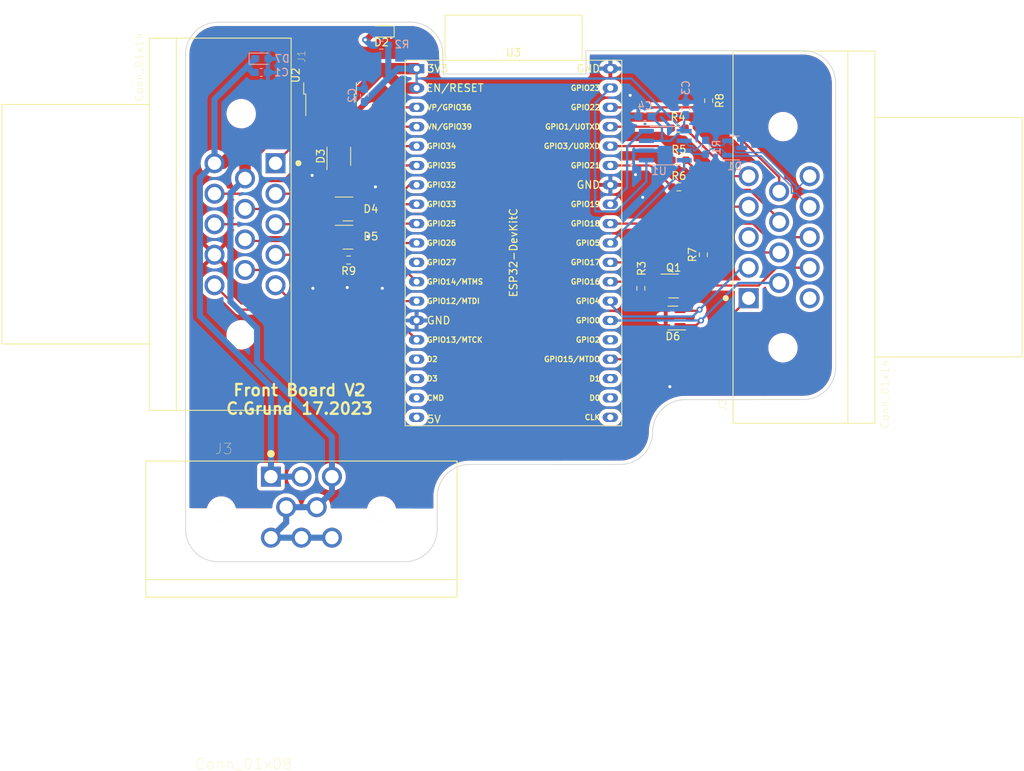
<source format=kicad_pcb>
(kicad_pcb (version 20211014) (generator pcbnew)
  (layers (0 "F.Cu" signal) (31 "B.Cu" signal) (34 "B.Paste" user) (35 "F.Paste" user) (36 "B.SilkS" user "B.Silkscreen") (37 "F.SilkS" user "F.Silkscreen") (38 "B.Mask" user) (39 "F.Mask" user) (44 "Edge.Cuts" user))
  (net 0 "")
  (net 1 "+12V")
  (net 2 "GND")
  (net 3 "VDD")
  (net 4 "/CAN_N")
  (net 5 "/CAN_P")
  (net 6 "Net-(D2-Pad2)")
  (net 7 "/Brake_0")
  (net 8 "/L_sus")
  (net 9 "/pedal_0")
  (net 10 "/R_wheel")
  (net 11 "/R_sus")
  (net 12 "/L_wheel")
  (net 13 "/Brake_1")
  (net 14 "/pedal_1")
  (net 15 "/stearing")
  (net 16 "/RTD_ind_out")
  (net 17 "/RTD_ind_sig")
  (net 18 "Net-(R4-Pad1)")
  (net 19 "/RTD_led")
  (net 20 "Net-(R5-Pad2)")
  (net 21 "/AMS_Led")
  (net 22 "/RTD_bttn")
  (net 23 "/IMD_led")
  (net 24 "Net-(R6-Pad1)")
  (net 25 "Net-(R9-Pad1)")
  (net 26 "/WCB_status")
  (net 27 "/CAN_MOSI")
  (net 28 "/CAN_MISO")
  (net 29 "/LORA Reset")
  (net 31 "/LORA_SCK")
  (net 32 "/LORA_MISO")
  (net 33 "/Laura_MOSI")
  (net 41 "/LoRa_CS")
  (net 43 "/CAN_CS")
  (net 44 "/CAN_SCK")
  (net 46 "unconnected-(J2-Pad12)")
  (net 47 "unconnected-(J2-Pad3)")
  (footprint "esp32:ESP32-DevKitC" (layer "F.Cu") (at 137.6 68.13)
    (fp_text reference "U3" (at 12.7 -2.1) (layer "F.SilkS"))
    (fp_text value "ESP32-DevKitC" (at 12.7 24.13 90) (layer "F.SilkS"))
    (fp_text user "VN/GPIO39" (at 1.27 7.62 unlocked) (layer "F.SilkS") (effects (font (size 0.7 0.7)) (justify left)))
    (fp_text user "CMD" (at 1.27 43.18 unlocked) (layer "F.SilkS") (effects (font (size 0.7 0.7)) (justify left)))
    (fp_text user "GPIO17" (at 24.13 25.4 unlocked) (layer "F.SilkS") (effects (font (size 0.7 0.7)) (justify right)))
    (fp_text user "GPIO34" (at 1.27 10.16 unlocked) (layer "F.SilkS") (effects (font (size 0.7 0.7)) (justify left)))
    (fp_text user "GPIO16" (at 24.13 27.94 unlocked) (layer "F.SilkS") (effects (font (size 0.7 0.7)) (justify right)))
    (fp_text user "EN/RESET" (at 8.88632 2.53728 unlocked) (layer "F.SilkS") (effects (justify right)))
    (fp_text user "GND" (at 24.13 15.24 unlocked) (layer "F.SilkS") (effects (justify right)))
    (fp_text user "GPIO32" (at 1.27 15.24 unlocked) (layer "F.SilkS") (effects (font (size 0.7 0.7)) (justify left)))
    (fp_text user "GPIO18" (at 24.13 20.32 unlocked) (layer "F.SilkS") (effects (font (size 0.7 0.7)) (justify right)))
    (fp_text user "GND" (at 24.13 0 unlocked) (layer "F.SilkS") (effects (justify right)))
    (fp_text user "GPIO33" (at 1.27 17.78 unlocked) (layer "F.SilkS") (effects (font (size 0.7 0.7)) (justify left)))
    (fp_text user "GPIO5" (at 24.13 22.86 unlocked) (layer "F.SilkS") (effects (font (size 0.7 0.7)) (justify right)))
    (fp_text user "GPIO13/MTCK" (at 1.27 35.56 unlocked) (layer "F.SilkS") (effects (font (size 0.7 0.7)) (justify left)))
    (fp_text user "D3" (at 1.27 40.64 unlocked) (layer "F.SilkS") (effects (font (size 0.7 0.7)) (justify left)))
    (fp_text user "GPIO19" (at 24.13 17.78 unlocked) (layer "F.SilkS") (effects (font (size 0.7 0.7)) (justify right)))
    (fp_text user "D0" (at 24.13 43.18 unlocked) (layer "F.SilkS") (effects (font (size 0.7 0.7)) (justify right)))
    (fp_text user "GPIO21" (at 24.13 12.7 unlocked) (layer "F.SilkS") (effects (font (size 0.7 0.7)) (justify right)))
    (fp_text user "GPIO26" (at 1.27 22.86 unlocked) (layer "F.SilkS") (effects (font (size 0.7 0.7)) (justify left)))
    (fp_text user "GPIO2" (at 24.13 35.56 unlocked) (layer "F.SilkS") (effects (font (size 0.7 0.7)) (justify right)))
    (fp_text user "D1" (at 24.13 40.64 unlocked) (layer "F.SilkS") (effects (font (size 0.7 0.7)) (justify right)))
    (fp_text user "GPIO35" (at 1.27 12.7 unlocked) (layer "F.SilkS") (effects (font (size 0.7 0.7)) (justify left)))
    (fp_text user "GPIO1/U0TXD" (at 24.13 7.62 unlocked) (layer "F.SilkS") (effects (font (size 0.7 0.7)) (justify right)))
    (fp_text user "5V" (at 1.26632 45.97128 unlocked) (layer "F.SilkS") (effects (justify left)))
    (fp_text user "GPIO27" (at 1.27 25.4 unlocked) (layer "F.SilkS") (effects (font (size 0.7 0.7)) (justify left)))
    (fp_text user "GPIO23" (at 24.13 2.54 unlocked) (layer "F.SilkS") (effects (font (size 0.7 0.7)) (justify right)))
    (fp_text user "GPIO4" (at 24.13 30.48 unlocked) (layer "F.SilkS") (effects (font (size 0.7 0.7)) (justify right)))
    (fp_text user "GPIO3/U0RXD" (at 24.13 10.16 unlocked) (layer "F.SilkS") (effects (font (size 0.7 0.7)) (justify right)))
    (fp_text user "GND" (at 1.27 33.02 unlocked) (layer "F.SilkS") (effects (justify left)))
    (fp_text user "CLK" (at 24.13 45.72 unlocked) (layer "F.SilkS") (effects (font (size 0.7 0.7)) (justify right)))
    (fp_text user "VP/GPIO36" (at 1.27 5.08 unlocked) (layer "F.SilkS") (effects (font (size 0.7 0.7)) (justify left)))
    (fp_text user "GPIO25" (at 1.27 20.32 unlocked) (layer "F.SilkS") (effects (font (size 0.7 0.7)) (justify left)))
    (fp_text user "D2" (at 1.27 38.1 unlocked) (layer "F.SilkS") (effects (font (size 0.7 0.7)) (justify left)))
    (fp_text user "GPIO15/MTDO" (at 24.13 38.1 unlocked) (layer "F.SilkS") (effects (font (size 0.7 0.7)) (justify right)))
    (fp_text user "3V3" (at 1.27 0 unlocked) (layer "F.SilkS") (effects (justify left)))
    (fp_text user "GPIO12/MTDI" (at 1.27 30.48 unlocked) (layer "F.SilkS") (effects (font (size 0.7 0.7)) (justify left)))
    (fp_text user "GPIO22" (at 24.13 5.08 unlocked) (layer "F.SilkS") (effects (font (size 0.7 0.7)) (justify right)))
    (fp_text user "GPIO14/MTMS" (at 1.27 27.94 unlocked) (layer "F.SilkS") (effects (font (size 0.7 0.7)) (justify left)))
    (fp_text user "GPIO0" (at 24.13 33.02 unlocked) (layer "F.SilkS") (effects (font (size 0.7 0.7)) (justify right)))
    (pad "1" thru_hole rect (at 0 0 270) (size 1.2 2) (drill 0.8) (layers *.Cu *.Mask) (net 3 "VDD"))
    (pad "2" thru_hole oval (at 0 2.54 270) (size 1.2 2) (drill 0.8) (layers *.Cu *.Mask) (net 3 "VDD"))
    (pad "3" thru_hole oval (at 0 5.08 270) (size 1.2 2) (drill 0.8) (layers *.Cu *.Mask) (net 10 "/R_wheel"))
    (pad "4" thru_hole oval (at 0 7.62 270) (size 1.2 2) (drill 0.8) (layers *.Cu *.Mask) (net 12 "/L_wheel"))
    (pad "5" thru_hole oval (at 0 10.16 270) (size 1.2 2) (drill 0.8) (layers *.Cu *.Mask) (net 8 "/L_sus"))
    (pad "6" thru_hole oval (at 0 12.7 270) (size 1.2 2) (drill 0.8) (layers *.Cu *.Mask) (net 11 "/R_sus"))
    (pad "7" thru_hole oval (at 0 15.24 270) (size 1.2 2) (drill 0.8) (layers *.Cu *.Mask) (net 15 "/stearing"))
    (pad "8" thru_hole oval (at 0 17.78 270) (size 1.2 2) (drill 0.8) (layers *.Cu *.Mask) (net 9 "/pedal_0"))
    (pad "9" thru_hole oval (at 0 20.32 270) (size 1.2 2) (drill 0.8) (layers *.Cu *.Mask) (net 14 "/pedal_1"))
    (pad "10" thru_hole oval (at 0 22.86 270) (size 1.2 2) (drill 0.8) (layers *.Cu *.Mask) (net 25 "Net-(R9-Pad1)"))
    (pad "11" thru_hole oval (at 0 25.4 270) (size 1.2 2) (drill 0.8) (layers *.Cu *.Mask))
    (pad "12" thru_hole oval (at 0 27.94 270) (size 1.2 2) (drill 0.8) (layers *.Cu *.Mask) (net 31 "/LORA_SCK"))
    (pad "13" thru_hole oval (at 0 30.48 270) (size 1.2 2) (drill 0.8) (layers *.Cu *.Mask) (net 32 "/LORA_MISO"))
    (pad "14" thru_hole oval (at 0 33.02 270) (size 1.2 2) (drill 0.8) (layers *.Cu *.Mask) (net 2 "GND"))
    (pad "15" thru_hole oval (at 0 35.56 270) (size 1.2 2) (drill 0.8) (layers *.Cu *.Mask) (net 33 "/Laura_MOSI"))
    (pad "16" thru_hole oval (at 0 38.1 270) (size 1.2 2) (drill 0.8) (layers *.Cu *.Mask))
    (pad "17" thru_hole oval (at 0 40.64 270) (size 1.2 2) (drill 0.8) (layers *.Cu *.Mask))
    (pad "18" thru_hole oval (at 0 43.18 270) (size 1.2 2) (drill 0.8) (layers *.Cu *.Mask))
    (pad "19" thru_hole oval (at 0 45.72 270) (size 1.2 2) (drill 0.8) (layers *.Cu *.Mask))
    (pad "20" thru_hole oval (at 25.39632 45.71728 270) (size 1.2 2) (drill 0.8) (layers *.Cu *.Mask))
    (pad "21" thru_hole oval (at 25.39632 43.17728 270) (size 1.2 2) (drill 0.8) (layers *.Cu *.Mask))
    (pad "22" thru_hole oval (at 25.4 40.64 270) (size 1.2 2) (drill 0.8) (layers *.Cu *.Mask))
    (pad "23" thru_hole oval (at 25.4 38.1 270) (size 1.2 2) (drill 0.8) (layers *.Cu *.Mask) (net 41 "/LoRa_CS"))
    (pad "24" thru_hole oval (at 25.4 35.56 270) (size 1.2 2) (drill 0.8) (layers *.Cu *.Mask))
    (pad "25" thru_hole oval (at 25.4 33.02 270) (size 1.2 2) (drill 0.8) (layers *.Cu *.Mask) (net 13 "/Brake_1"))
    (pad "26" thru_hole oval (at 25.4 30.48 270) (size 1.2 2) (drill 0.8) (layers *.Cu *.Mask) (net 7 "/Brake_0"))
    (pad "27" thru_hole oval (at 25.4 27.94 270) (size 1.2 2) (drill 0.8) (layers *.Cu *.Mask) (net 17 "/RTD_ind_sig"))
    (pad "28" thru_hole oval (at 25.4 25.4 270) (size 1.2 2) (drill 0.8) (layers *.Cu *.Mask) (net 22 "/RTD_bttn"))
    (pad "29" thru_hole oval (at 25.4 22.86 270) (size 1.2 2) (drill 0.8) (layers *.Cu *.Mask) (net 43 "/CAN_CS"))
    (pad "30" thru_hole oval (at 25.4 20.32 270) (size 1.2 2) (drill 0.8) (layers *.Cu *.Mask) (net 44 "/CAN_SCK"))
    (pad "31" thru_hole oval (at 25.4 17.78 270) (size 1.2 2) (drill 0.8) (layers *.Cu *.Mask) (net 28 "/CAN_MISO"))
    (pad "32" thru_hole oval (at 25.4 15.24 270) (size 1.2 2) (drill 0.8) (layers *.Cu *.Mask) (net 2 "GND"))
    (pad "33" thru_hole oval (at 25.4 12.7 270) (size 1.2 2) (drill 0.8) (layers *.Cu *.Mask) (net 24 "Net-(R6-Pad1)"))
    (pad "34" thru_hole oval (at 25.4 10.16 270) (size 1.2 2) (drill 0.8) (layers *.Cu *.Mask) (net 20 "Net-(R5-Pad2)"))
    (pad "35" thru_hole oval (at 25.4 7.62 270) (size 1.2 2) (drill 0.8) (layers *.Cu *.Mask) (net 18 "Net-(R4-Pad1)"))
    (pad "36" thru_hole oval (at 25.4 5.08 270) (size 1.2 2) (drill 0.8) (layers *.Cu *.Mask) (net 29 "/LORA Reset"))
    (pad "37" thru_hole oval (at 25.4 2.54 270) (size 1.2 2) (drill 0.8) (layers *.Cu *.Mask) (net 27 "/CAN_MOSI"))
    (pad "38" thru_hole oval (at 25.4 0 270) (size 1.2 2) (drill 0.8) (layers *.Cu *.Mask) (net 2 "GND"))
  )
  (footprint "Package_TO_SOT_SMD:SOT-23" (layer "F.Cu") (at 171.3 96.63)
    (fp_text reference "Q1" (at 0 -2.4) (layer "F.SilkS"))
    (fp_text value "2N7002")
    (pad "1" smd roundrect (at -0.9375 -0.95) (size 1.475 0.6) (layers "F.Cu" "F.Paste" "F.Mask") (net 17 "/RTD_ind_sig"))
    (pad "2" smd roundrect (at -0.9375 0.95) (size 1.475 0.6) (layers "F.Cu" "F.Paste" "F.Mask") (net 2 "GND"))
    (pad "3" smd roundrect (at 0.9375 0) (size 1.475 0.6) (layers "F.Cu" "F.Paste" "F.Mask") (net 16 "/RTD_ind_out"))
  )
  (footprint "Resistor_SMD:R_0603_1608Metric_Pad0.98x0.95mm_HandSolder" (layer "F.Cu") (at 171.9875 83.63)
    (fp_text reference "R6" (at 0 -1.43) (layer "F.SilkS"))
    (fp_text value "100")
    (pad "1" smd roundrect (at -0.9125 0) (size 0.975 0.95) (layers "F.Cu" "F.Paste" "F.Mask") (net 24 "Net-(R6-Pad1)"))
    (pad "2" smd roundrect (at 0.9125 0) (size 0.975 0.95) (layers "F.Cu" "F.Paste" "F.Mask") (net 19 "/RTD_led"))
  )
  (footprint "Resistor_SMD:R_0603_1608Metric_Pad0.98x0.95mm_HandSolder" (layer "F.Cu") (at 175.9 72.33 -90)
    (fp_text reference "R8" (at 0 -1.43 90) (layer "F.SilkS"))
    (fp_text value "10k")
    (pad "1" smd roundrect (at -0.9125 0 270) (size 0.975 0.95) (layers "F.Cu" "F.Paste" "F.Mask") (net 2 "GND"))
    (pad "2" smd roundrect (at 0.9125 0 270) (size 0.975 0.95) (layers "F.Cu" "F.Paste" "F.Mask") (net 29 "/LORA Reset"))
  )
  (footprint "LED_SMD:LED_0603_1608Metric_Pad1.05x0.95mm_HandSolder" (layer "F.Cu") (at 133 63.25 180)
    (fp_text reference "D2" (at 0 -1.43) (layer "F.SilkS"))
    (fp_text value "LED")
    (pad "1" smd roundrect (at -0.875 0 180) (size 1.05 0.95) (layers "F.Cu" "F.Paste" "F.Mask") (net 2 "GND"))
    (pad "2" smd roundrect (at 0.875 0 180) (size 1.05 0.95) (layers "F.Cu" "F.Paste" "F.Mask") (net 6 "Net-(D2-Pad2)"))
  )
  (footprint "Package_TO_SOT_SMD:SOT-23" (layer "F.Cu") (at 128.6 86.53)
    (fp_text reference "D4" (at 3 0) (layer "F.SilkS"))
    (fp_text value "SP0502BAHT")
    (pad "1" smd roundrect (at -0.9375 -0.95) (size 1.475 0.6) (layers "F.Cu" "F.Paste" "F.Mask") (net 11 "/R_sus"))
    (pad "2" smd roundrect (at -0.9375 0.95) (size 1.475 0.6) (layers "F.Cu" "F.Paste" "F.Mask") (net 15 "/stearing"))
    (pad "3" smd roundrect (at 0.9375 0) (size 1.475 0.6) (layers "F.Cu" "F.Paste" "F.Mask") (net 2 "GND"))
  )
  (footprint "Resistor_SMD:R_0603_1608Metric_Pad0.98x0.95mm_HandSolder" (layer "F.Cu") (at 175.2 92.53 90)
    (fp_text reference "R7" (at 0 -1.43 90) (layer "F.SilkS"))
    (fp_text value "10k")
    (pad "1" smd roundrect (at -0.9125 0 90) (size 0.975 0.95) (layers "F.Cu" "F.Paste" "F.Mask") (net 22 "/RTD_bttn"))
    (pad "2" smd roundrect (at 0.9125 0 90) (size 0.975 0.95) (layers "F.Cu" "F.Paste" "F.Mask") (net 2 "GND"))
  )
  (footprint "AERO_Footprints:TE_1-776280-1_8pin_Horizontal" (layer "F.Cu") (at 122.5 126.13)
    (fp_text reference "J3" (at -10.1999 -8.14372) (layer "F.SilkS") (effects (font (size 1.40081 1.40081) (thickness 0.05))))
    (fp_text value "Conn_01x08" (at -7.56757 33.1663) (layer "F.SilkS") (effects (font (size 1.40234 1.40234) (thickness 0.05))))
    (fp_text user "PCB~{EDGE}" (at -4.00474 8.51007) (layer "Edge.Cuts") (effects (font (thickness 0.05))))
    (pad "" np_thru_hole circle (at 10.5 0) (size 2.85 2.85) (drill 2.85) (layers *.Cu *.Mask "F.SilkS"))
    (pad "" np_thru_hole circle (at -10.5 0) (size 2.85 2.85) (drill 2.85) (layers *.Cu *.Mask "F.SilkS"))
    (pad "1" thru_hole rect (at -4 -4.5) (size 2.625 2.625) (drill 1.75) (layers *.Cu *.Mask) (net 1 "+12V"))
    (pad "2" thru_hole circle (at 0 -4.5) (size 2.625 2.625) (drill 1.75) (layers *.Cu *.Mask) (net 1 "+12V"))
    (pad "3" thru_hole circle (at 4 -4.5) (size 2.625 2.625) (drill 1.75) (layers *.Cu *.Mask) (net 3 "VDD"))
    (pad "4" thru_hole circle (at -2 -0.5) (size 2.625 2.625) (drill 1.75) (layers *.Cu *.Mask) (net 3 "VDD"))
    (pad "5" thru_hole circle (at 2 -0.5) (size 2.625 2.625) (drill 1.75) (layers *.Cu *.Mask) (net 3 "VDD"))
    (pad "6" thru_hole circle (at -4 3.5) (size 2.625 2.625) (drill 1.75) (layers *.Cu *.Mask) (net 3 "VDD"))
    (pad "7" thru_hole circle (at 0 3.5) (size 2.625 2.625) (drill 1.75) (layers *.Cu *.Mask) (net 3 "VDD"))
    (pad "8" thru_hole circle (at 4 3.5) (size 2.625 2.625) (drill 1.75) (layers *.Cu *.Mask) (net 3 "VDD"))
  )
  (footprint "Resistor_SMD:R_0603_1608Metric_Pad0.98x0.95mm_HandSolder" (layer "F.Cu") (at 128.6875 93.23 180)
    (fp_text reference "R9" (at 0 -1.43) (layer "F.SilkS"))
    (fp_text value "100")
    (pad "1" smd roundrect (at -0.9125 0 180) (size 0.975 0.95) (layers "F.Cu" "F.Paste" "F.Mask") (net 25 "Net-(R9-Pad1)"))
    (pad "2" smd roundrect (at 0.9125 0 180) (size 0.975 0.95) (layers "F.Cu" "F.Paste" "F.Mask") (net 26 "/WCB_status"))
  )
  (footprint "Resistor_SMD:R_0603_1608Metric_Pad0.98x0.95mm_HandSolder" (layer "F.Cu") (at 172 80.13 180)
    (fp_text reference "R5" (at 0 1.4) (layer "F.SilkS"))
    (fp_text value "100")
    (pad "1" smd roundrect (at -0.9125 0 180) (size 0.975 0.95) (layers "F.Cu" "F.Paste" "F.Mask") (net 23 "/IMD_led"))
    (pad "2" smd roundrect (at 0.9125 0 180) (size 0.975 0.95) (layers "F.Cu" "F.Paste" "F.Mask") (net 20 "Net-(R5-Pad2)"))
  )
  (footprint "Resistor_SMD:R_0603_1608Metric_Pad0.98x0.95mm_HandSolder" (layer "F.Cu") (at 167 96.93 -90)
    (fp_text reference "R3" (at -2.6 -0.1 90) (layer "F.SilkS"))
    (fp_text value "10k")
    (pad "1" smd roundrect (at -0.9125 0 270) (size 0.975 0.95) (layers "F.Cu" "F.Paste" "F.Mask") (net 17 "/RTD_ind_sig"))
    (pad "2" smd roundrect (at 0.9125 0 270) (size 0.975 0.95) (layers "F.Cu" "F.Paste" "F.Mask") (net 2 "GND"))
  )
  (footprint "Package_TO_SOT_SMD:SOT-143" (layer "F.Cu") (at 127.4 79.63 90)
    (fp_text reference "D3" (at 0.02 -2.38 90) (layer "F.SilkS"))
    (fp_text value "SP0503BAHT")
    (pad "1" smd rect (at -1.1 -0.77) (size 1.2 1.4) (layers "F.Cu" "F.Paste" "F.Mask") (net 2 "GND"))
    (pad "2" smd rect (at -1.1 0.95) (size 1 1.4) (layers "F.Cu" "F.Paste" "F.Mask") (net 8 "/L_sus"))
    (pad "3" smd rect (at 1.1 0.95) (size 1 1.4) (layers "F.Cu" "F.Paste" "F.Mask") (net 12 "/L_wheel"))
    (pad "4" smd rect (at 1.1 -0.95) (size 1 1.4) (layers "F.Cu" "F.Paste" "F.Mask") (net 10 "/R_wheel"))
  )
  (footprint "Resistor_SMD:R_0603_1608Metric_Pad0.98x0.95mm_HandSolder" (layer "F.Cu") (at 171.8875 75.93)
    (fp_text reference "R4" (at 0 -1.43) (layer "F.SilkS"))
    (fp_text value "100")
    (pad "1" smd roundrect (at -0.9125 0) (size 0.975 0.95) (layers "F.Cu" "F.Paste" "F.Mask") (net 18 "Net-(R4-Pad1)"))
    (pad "2" smd roundrect (at 0.9125 0) (size 0.975 0.95) (layers "F.Cu" "F.Paste" "F.Mask") (net 21 "/AMS_Led"))
  )
  (footprint "Package_TO_SOT_SMD:TO-252-2" (layer "F.Cu") (at 126.25 69 90)
    (fp_text reference "U2" (at 0 -4.5 90) (layer "F.SilkS"))
    (fp_text value "TS2940CP33_ROG")
    (pad "1" smd rect (at -4.2 -2.28 90) (size 2.2 1.2) (layers "F.Cu" "F.Paste" "F.Mask") (net 1 "+12V"))
    (pad "2" smd rect (at 2.1 0 90) (size 6.4 5.8) (layers "F.Cu" "F.Mask") (net 2 "GND"))
    (pad "3" smd rect (at -4.2 2.28 90) (size 2.2 1.2) (layers "F.Cu" "F.Paste" "F.Mask") (net 3 "VDD"))
  )
  (footprint "AERO_Footprints:TE_1-776266-1_14pin_Horizontal" (layer "F.Cu") (at 115.1 88.53 -90)
    (fp_text reference "J1" (at -22.0027 -7.39933 90) (layer "F.SilkS") (effects (font (size 1.00194 1.00194) (thickness 0.05))))
    (fp_text value "Conn_01x14" (at -20.5865 13.8727 90) (layer "F.SilkS") (effects (font (size 1.00056 1.00056) (thickness 0.05))))
    (pad "" np_thru_hole circle (at 14.5 0.5 270) (size 2.85 2.85) (drill 2.85) (layers *.Cu *.Mask "F.SilkS"))
    (pad "" np_thru_hole circle (at -14.5 0.5 270) (size 2.85 2.85) (drill 2.85) (layers *.Cu *.Mask "F.SilkS"))
    (pad "1" thru_hole rect (at -8 -4 270) (size 2.625 2.625) (drill 1.75) (layers *.Cu *.Mask) (net 10 "/R_wheel"))
    (pad "2" thru_hole circle (at -4 -4 270) (size 2.625 2.625) (drill 1.75) (layers *.Cu *.Mask) (net 8 "/L_sus"))
    (pad "3" thru_hole circle (at 0 -4 270) (size 2.625 2.625) (drill 1.75) (layers *.Cu *.Mask) (net 15 "/stearing"))
    (pad "4" thru_hole circle (at 4 -4 270) (size 2.625 2.625) (drill 1.75) (layers *.Cu *.Mask) (net 26 "/WCB_status"))
    (pad "5" thru_hole circle (at 8 -4 270) (size 2.625 2.625) (drill 1.75) (layers *.Cu *.Mask) (net 32 "/LORA_MISO"))
    (pad "6" thru_hole circle (at -6 0 270) (size 2.625 2.625) (drill 1.75) (layers *.Cu *.Mask) (net 3 "VDD"))
    (pad "7" thru_hole circle (at -2 0 270) (size 2.625 2.625) (drill 1.75) (layers *.Cu *.Mask) (net 11 "/R_sus"))
    (pad "8" thru_hole circle (at 2 0 270) (size 2.625 2.625) (drill 1.75) (layers *.Cu *.Mask) (net 14 "/pedal_1"))
    (pad "9" thru_hole circle (at 6 0 270) (size 2.625 2.625) (drill 1.75) (layers *.Cu *.Mask) (net 31 "/LORA_SCK"))
    (pad "10" thru_hole circle (at -8 4 270) (size 2.625 2.625) (drill 1.75) (layers *.Cu *.Mask) (net 1 "+12V"))
    (pad "11" thru_hole circle (at -4 4 270) (size 2.625 2.625) (drill 1.75) (layers *.Cu *.Mask) (net 12 "/L_wheel"))
    (pad "12" thru_hole circle (at 0 4 270) (size 2.625 2.625) (drill 1.75) (layers *.Cu *.Mask) (net 9 "/pedal_0"))
    (pad "13" thru_hole circle (at 4 4 270) (size 2.625 2.625) (drill 1.75) (layers *.Cu *.Mask) (net 2 "GND"))
    (pad "14" thru_hole circle (at 8 4 270) (size 2.625 2.625) (drill 1.75) (layers *.Cu *.Mask) (net 33 "/Laura_MOSI"))
  )
  (footprint "Package_TO_SOT_SMD:SOT-23" (layer "F.Cu") (at 128.6 90.23)
    (fp_text reference "D5" (at 3 -0.1) (layer "F.SilkS"))
    (fp_text value "SP0502BAHT")
    (pad "1" smd roundrect (at -0.9375 -0.95) (size 1.475 0.6) (layers "F.Cu" "F.Paste" "F.Mask") (net 9 "/pedal_0"))
    (pad "2" smd roundrect (at -0.9375 0.95) (size 1.475 0.6) (layers "F.Cu" "F.Paste" "F.Mask") (net 14 "/pedal_1"))
    (pad "3" smd roundrect (at 0.9375 0) (size 1.475 0.6) (layers "F.Cu" "F.Paste" "F.Mask") (net 2 "GND"))
  )
  (footprint "AERO_Footprints:TE_1-776266-1_14pin_Horizontal" (layer "F.Cu") (at 185.1375 90.23 90)
    (fp_text reference "J2" (at -22.0027 -7.39933 90) (layer "F.SilkS") (effects (font (size 1.00194 1.00194) (thickness 0.05))))
    (fp_text value "Conn_01x14" (at -20.5865 13.8727 90) (layer "F.SilkS") (effects (font (size 1.00056 1.00056) (thickness 0.05))))
    (pad "" np_thru_hole circle (at -14.5 0.5 90) (size 2.85 2.85) (drill 2.85) (layers *.Cu *.Mask "F.SilkS"))
    (pad "" np_thru_hole circle (at 14.5 0.5 90) (size 2.85 2.85) (drill 2.85) (layers *.Cu *.Mask "F.SilkS"))
    (pad "1" thru_hole rect (at -8 -4 90) (size 2.625 2.625) (drill 1.75) (layers *.Cu *.Mask) (net 41 "/LoRa_CS"))
    (pad "2" thru_hole circle (at -4 -4 90) (size 2.625 2.625) (drill 1.75) (layers *.Cu *.Mask) (net 7 "/Brake_0"))
    (pad "3" thru_hole circle (at 0 -4 90) (size 2.625 2.625) (drill 1.75) (layers *.Cu *.Mask) (net 47 "unconnected-(J2-Pad3)"))
    (pad "4" thru_hole circle (at 4 -4 90) (size 2.625 2.625) (drill 1.75) (layers *.Cu *.Mask) (net 19 "/RTD_led"))
    (pad "5" thru_hole circle (at 8 -4 90) (size 2.625 2.625) (drill 1.75) (layers *.Cu *.Mask) (net 21 "/AMS_Led"))
    (pad "6" thru_hole circle (at -6 0 90) (size 2.625 2.625) (drill 1.75) (layers *.Cu *.Mask) (net 13 "/Brake_1"))
    (pad "7" thru_hole circle (at -2 0 90) (size 2.625 2.625) (drill 1.75) (layers *.Cu *.Mask) (net 22 "/RTD_bttn"))
    (pad "8" thru_hole circle (at 2 0 90) (size 2.625 2.625) (drill 1.75) (layers *.Cu *.Mask) (net 23 "/IMD_led"))
    (pad "9" thru_hole circle (at 6 0 90) (size 2.625 2.625) (drill 1.75) (layers *.Cu *.Mask) (net 29 "/LORA Reset"))
    (pad "10" thru_hole circle (at -8 4 90) (size 2.625 2.625) (drill 1.75) (layers *.Cu *.Mask))
    (pad "11" thru_hole circle (at -4 4 90) (size 2.625 2.625) (drill 1.75) (layers *.Cu *.Mask) (net 16 "/RTD_ind_out"))
    (pad "12" thru_hole circle (at 0 4 90) (size 2.625 2.625) (drill 1.75) (layers *.Cu *.Mask) (net 46 "unconnected-(J2-Pad12)"))
    (pad "13" thru_hole circle (at 4 4 90) (size 2.625 2.625) (drill 1.75) (layers *.Cu *.Mask) (net 5 "/CAN_P"))
    (pad "14" thru_hole circle (at 8 4 90) (size 2.625 2.625) (drill 1.75) (layers *.Cu *.Mask) (net 4 "/CAN_N"))
  )
  (footprint "Package_TO_SOT_SMD:SOT-23" (layer "F.Cu") (at 171.2 100.83 180)
    (fp_text reference "D6" (at 0 -2.4) (layer "F.SilkS"))
    (fp_text value "SP0502BAHT")
    (pad "1" smd roundrect (at -0.9375 -0.95 180) (size 1.475 0.6) (layers "F.Cu" "F.Paste" "F.Mask") (net 13 "/Brake_1"))
    (pad "2" smd roundrect (at -0.9375 0.95 180) (size 1.475 0.6) (layers "F.Cu" "F.Paste" "F.Mask") (net 7 "/Brake_0"))
    (pad "3" smd roundrect (at 0.9375 0 180) (size 1.475 0.6) (layers "F.Cu" "F.Paste" "F.Mask") (net 2 "GND"))
  )
  (footprint "Resistor_SMD:R_0603_1608Metric_Pad0.98x0.95mm_HandSolder" (layer "B.Cu") (at 175.5 78.43 90)
    (fp_text reference "R1" (at 0 1.43 90) (layer "B.SilkS") (effects (justify mirror)))
    (fp_text value "120")
    (pad "1" smd roundrect (at -0.9125 0 90) (size 0.975 0.95) (layers "B.Cu" "B.Paste" "B.Mask") (net 5 "/CAN_P"))
    (pad "2" smd roundrect (at 0.9125 0 90) (size 0.975 0.95) (layers "B.Cu" "B.Paste" "B.Mask") (net 4 "/CAN_N"))
  )
  (footprint "Diode_SMD:D_0603_1608Metric_Pad1.05x0.95mm_HandSolder" (layer "B.Cu") (at 117.3 66.825)
    (fp_text reference "D7" (at 2.675 0) (layer "B.SilkS") (effects (justify mirror)))
    (fp_text value "TS4148C RZG")
    (pad "1" smd roundrect (at -0.875 0) (size 1.05 0.95) (layers "B.Cu" "B.Paste" "B.Mask") (net 1 "+12V"))
    (pad "2" smd roundrect (at 0.875 0) (size 1.05 0.95) (layers "B.Cu" "B.Paste" "B.Mask") (net 2 "GND"))
  )
  (footprint "Capacitor_SMD:C_0603_1608Metric_Pad1.08x0.95mm_HandSolder" (layer "B.Cu") (at 130.75 71.6375 90)
    (fp_text reference "C2" (at 0 -1.6 90) (layer "B.SilkS") (effects (justify mirror)))
    (fp_text value "10uF")
    (pad "1" smd roundrect (at -0.8625 0 90) (size 1.075 0.95) (layers "B.Cu" "B.Paste" "B.Mask") (net 3 "VDD"))
    (pad "2" smd roundrect (at 0.8625 0 90) (size 1.075 0.95) (layers "B.Cu" "B.Paste" "B.Mask") (net 2 "GND"))
  )
  (footprint "Capacitor_SMD:C_0603_1608Metric_Pad1.08x0.95mm_HandSolder" (layer "B.Cu") (at 117.2375 68.625)
    (fp_text reference "C1" (at 2.6375 0) (layer "B.SilkS") (effects (justify mirror)))
    (fp_text value "10uF")
    (pad "1" smd roundrect (at -0.8625 0) (size 1.075 0.95) (layers "B.Cu" "B.Paste" "B.Mask") (net 1 "+12V"))
    (pad "2" smd roundrect (at 0.8625 0) (size 1.075 0.95) (layers "B.Cu" "B.Paste" "B.Mask") (net 2 "GND"))
  )
  (footprint "AERO_Footprints:SOIC127P600X175-8N" (layer "B.Cu") (at 170.2 78.23)
    (fp_text reference "U1" (at -0.795 3.332) (layer "B.SilkS") (effects (justify mirror)))
    (fp_text value "MAX33054EASA+T")
    (pad "1" smd roundrect locked (at -2.475 1.905) (size 1.97 0.59) (layers "B.Cu" "B.Paste" "B.Mask") (roundrect_rratio 0.07) (net 27 "/CAN_MOSI"))
    (pad "2" smd roundrect locked (at -2.475 0.635) (size 1.97 0.59) (layers "B.Cu" "B.Paste" "B.Mask") (roundrect_rratio 0.07) (net 2 "GND"))
    (pad "3" smd roundrect locked (at -2.475 -0.635) (size 1.97 0.59) (layers "B.Cu" "B.Paste" "B.Mask") (roundrect_rratio 0.07) (net 3 "VDD"))
    (pad "4" smd roundrect locked (at -2.475 -1.905) (size 1.97 0.59) (layers "B.Cu" "B.Paste" "B.Mask") (roundrect_rratio 0.07) (net 28 "/CAN_MISO"))
    (pad "5" smd roundrect locked (at 2.475 -1.905) (size 1.97 0.59) (layers "B.Cu" "B.Paste" "B.Mask") (roundrect_rratio 0.07) (net 3 "VDD"))
    (pad "6" smd roundrect locked (at 2.475 -0.635) (size 1.97 0.59) (layers "B.Cu" "B.Paste" "B.Mask") (roundrect_rratio 0.07) (net 4 "/CAN_N"))
    (pad "7" smd roundrect locked (at 2.475 0.635) (size 1.97 0.59) (layers "B.Cu" "B.Paste" "B.Mask") (roundrect_rratio 0.07) (net 5 "/CAN_P"))
    (pad "8" smd roundrect locked (at 2.475 1.905) (size 1.97 0.59) (layers "B.Cu" "B.Paste" "B.Mask") (roundrect_rratio 0.07) (net 43 "/CAN_CS"))
  )
  (footprint "Capacitor_SMD:C_0603_1608Metric_Pad1.08x0.95mm_HandSolder" (layer "B.Cu") (at 167.5375 74.43 180)
    (fp_text reference "C4" (at 0 1.43) (layer "B.SilkS") (effects (justify mirror)))
    (fp_text value "0.1u")
    (pad "1" smd roundrect (at -0.8625 0 180) (size 1.075 0.95) (layers "B.Cu" "B.Paste" "B.Mask") (net 3 "VDD"))
    (pad "2" smd roundrect (at 0.8625 0 180) (size 1.075 0.95) (layers "B.Cu" "B.Paste" "B.Mask") (net 2 "GND"))
  )
  (footprint "Package_TO_SOT_SMD:SOT-23" (layer "B.Cu") (at 179.3 78.53)
    (fp_text reference "D1" (at 0 2.4) (layer "B.SilkS") (effects (justify mirror)))
    (fp_text value "DESD2CAN2SOQ-7")
    (pad "1" smd roundrect (at -0.9375 0.95) (size 1.475 0.6) (layers "B.Cu" "B.Paste" "B.Mask") (net 5 "/CAN_P"))
    (pad "2" smd roundrect (at -0.9375 -0.95) (size 1.475 0.6) (layers "B.Cu" "B.Paste" "B.Mask") (net 4 "/CAN_N"))
    (pad "3" smd roundrect (at 0.9375 0) (size 1.475 0.6) (layers "B.Cu" "B.Paste" "B.Mask") (net 2 "GND"))
  )
  (footprint "Resistor_SMD:R_0603_1608Metric_Pad0.98x0.95mm_HandSolder" (layer "B.Cu") (at 132.975 65.05 180)
    (fp_text reference "R2" (at -2.7 0.1) (layer "B.SilkS") (effects (justify mirror)))
    (fp_text value "330")
    (pad "1" smd roundrect (at -0.9125 0 180) (size 0.975 0.95) (layers "B.Cu" "B.Paste" "B.Mask") (net 3 "VDD"))
    (pad "2" smd roundrect (at 0.9125 0 180) (size 0.975 0.95) (layers "B.Cu" "B.Paste" "B.Mask") (net 6 "Net-(D2-Pad2)"))
  )
  (footprint "Capacitor_SMD:C_0603_1608Metric_Pad1.08x0.95mm_HandSolder" (layer "B.Cu") (at 172.9 73.3675 90)
    (fp_text reference "C3" (at 2.7375 0 90) (layer "B.SilkS") (effects (justify mirror)))
    (fp_text value "0.1u")
    (pad "1" smd roundrect (at -0.8625 0 90) (size 1.075 0.95) (layers "B.Cu" "B.Paste" "B.Mask") (net 3 "VDD"))
    (pad "2" smd roundrect (at 0.8625 0 90) (size 1.075 0.95) (layers "B.Cu" "B.Paste" "B.Mask") (net 2 "GND"))
  )
  (gr_arc (start 136.794481 62.03184) (mid 139.8 63.28) (end 141.044481 66.287044) (layer "Edge.Cuts") (width 0.1))
  (gr_arc (start 140.30184 124.285519) (mid 141.547176 121.280535) (end 144.55 120.03) (layer "Edge.Cuts") (width 0.1))
  (gr_arc (start 107.30184 66.285519) (mid 108.55 63.28) (end 111.557044 62.035519) (layer "Edge.Cuts") (width 0.1))
  (gr_arc (start 192.55 107.28) (mid 191.298702 110.282061) (end 188.292956 111.524481) (layer "Edge.Cuts") (width 0.1))
  (gr_line (start 159.8 65.78) (end 159.8 68.83) (layer "Edge.Cuts") (width 0.1))
  (gr_line (start 107.305519 128.522956) (end 107.30184 70.035519) (layer "Edge.Cuts") (width 0.1))
  (gr_line (start 159.8 65.78) (end 184.05 65.78) (layer "Edge.Cuts") (width 0.1))
  (gr_line (start 141.1 68.83) (end 159.6 68.83) (layer "Edge.Cuts") (width 0.1))
  (gr_line (start 136.794481 62.03184) (end 115.8 62.03) (layer "Edge.Cuts") (width 0.1))
  (gr_line (start 192.544481 70.037044) (end 192.55 107.28) (layer "Edge.Cuts") (width 0.1))
  (gr_arc (start 168.55184 115.785519) (mid 167.297405 118.784119) (end 164.292956 120.024481) (layer "Edge.Cuts") (width 0.1))
  (gr_line (start 154.3 120.03) (end 144.55 120.03) (layer "Edge.Cuts") (width 0.1))
  (gr_arc (start 111.555519 132.77816) (mid 108.55 131.53) (end 107.305519 128.522956) (layer "Edge.Cuts") (width 0.1))
  (gr_line (start 164.292956 120.024481) (end 154.3 120.03) (layer "Edge.Cuts") (width 0.1))
  (gr_line (start 115.8 62.03) (end 111.557044 62.035519) (layer "Edge.Cuts") (width 0.1))
  (gr_arc (start 140.29816 128.524481) (mid 139.05 131.53) (end 136.042956 132.774481) (layer "Edge.Cuts") (width 0.1))
  (gr_line (start 159.8 68.83) (end 159.6 68.83) (layer "Edge.Cuts") (width 0.1))
  (gr_line (start 111.555519 132.77816) (end 136.042956 132.774481) (layer "Edge.Cuts") (width 0.1))
  (gr_line (start 141.044481 66.287044) (end 141.1 68.83) (layer "Edge.Cuts") (width 0.1))
  (gr_line (start 188.294481 65.78184) (end 184.05 65.78) (layer "Edge.Cuts") (width 0.1))
  (gr_line (start 107.30184 66.285519) (end 107.30184 70.035519) (layer "Edge.Cuts") (width 0.1))
  (gr_line (start 140.30184 124.285519) (end 140.29816 128.524481) (layer "Edge.Cuts") (width 0.1))
  (gr_arc (start 188.294481 65.78184) (mid 191.3 67.03) (end 192.544481 70.037044) (layer "Edge.Cuts") (width 0.1))
  (gr_line (start 188.292956 111.524481) (end 172.807044 111.535519) (layer "Edge.Cuts") (width 0.1))
  (gr_arc (start 168.55184 115.785519) (mid 169.8 112.78) (end 172.807044 111.535519) (layer "Edge.Cuts") (width 0.1))
  (gr_text "Front Board V2\nC.Grund 17.2023\n" (at 122.25 111.5) (layer "F.SilkS") (effects (font (size 1.5 1.5) (thickness 0.3))))
  (segment (start 119.75 73) (end 112.22 80.53) (width 1.5) (layer "F.Cu") (net 1))
  (segment (start 123.67 73) (end 119.75 73) (width 1.5) (layer "F.Cu") (net 1))
  (segment (start 112.22 80.53) (end 111.1 80.53) (width 1.5) (layer "F.Cu") (net 1))
  (segment (start 123.97 72.7) (end 123.67 73) (width 1.5) (layer "F.Cu") (net 1))
  (segment (start 118.5 109.863817) (end 109.187989 100.551806) (width 0.8) (layer "B.Cu") (net 1))
  (segment (start 109.187989 100.551806) (end 109.187989 82.442011) (width 0.8) (layer "B.Cu") (net 1))
  (segment (start 111.1 72.15) (end 115.375 67.875) (width 0.8) (layer "B.Cu") (net 1))
  (segment (start 109.187989 82.442011) (end 111.1 80.53) (width 0.8) (layer "B.Cu") (net 1))
  (segment (start 116.125 68.625) (end 116.375 68.625) (width 0.8) (layer "B.Cu") (net 1))
  (segment (start 115.375 67.875) (end 116.425 66.825) (width 0.8) (layer "B.Cu") (net 1))
  (segment (start 115.375 67.875) (end 116.125 68.625) (width 0.8) (layer "B.Cu") (net 1))
  (segment (start 118.5 121.63) (end 118.5 109.863817) (width 0.8) (layer "B.Cu") (net 1))
  (segment (start 122.5 121.63) (end 118.5 121.63) (width 0.8) (layer "B.Cu") (net 1))
  (segment (start 111.1 80.53) (end 111.1 72.15) (width 0.8) (layer "B.Cu") (net 1))
  (via (at 123.9 82.13) (size 0.8) (drill 0.4) (layers "F.Cu" "B.Cu") (net 2))
  (via (at 128.5 96.83) (size 0.8) (drill 0.4) (layers "F.Cu" "B.Cu") (net 2))
  (via (at 124 96.93) (size 0.8) (drill 0.4) (layers "F.Cu" "B.Cu") (net 2))
  (via (at 132.2 83.63) (size 0.8) (drill 0.4) (layers "F.Cu" "B.Cu") (net 2))
  (via (at 166.3 82.03) (size 0.8) (drill 0.4) (layers "F.Cu" "B.Cu") (net 2))
  (via (at 165.6 71.63) (size 0.8) (drill 0.4) (layers "F.Cu" "B.Cu") (net 2))
  (via (at 129.7 110.63) (size 0.8) (drill 0.4) (layers "F.Cu" "B.Cu") (net 2))
  (via (at 167.25 85) (size 0.8) (drill 0.4) (layers "F.Cu" "B.Cu") (net 2))
  (via (at 133.1 96.93) (size 0.8) (drill 0.4) (layers "F.Cu" "B.Cu") (net 2))
  (via (at 170.8 109.83) (size 0.8) (drill 0.4) (layers "F.Cu" "B.Cu") (net 2))
  (via (at 131.2 90.13) (size 0.8) (drill 0.4) (layers "F.Cu" "B.Cu") (net 2))
  (segment (start 133.1 68.13) (end 135.64 70.67) (width 1.5) (layer "F.Cu") (net 3))
  (segment (start 115.1 80.4) (end 115.1 82.53) (width 1.5) (layer "F.Cu") (net 3))
  (segment (start 125.98 75.25) (end 120.25 75.25) (width 1.5) (layer "F.Cu") (net 3))
  (segment (start 135.64 70.67) (end 137.6 70.67) (width 1.5) (layer "F.Cu") (net 3))
  (segment (start 128.53 72.7) (end 125.98 75.25) (width 1.5) (layer "F.Cu") (net 3))
  (segment (start 133.1 68.13) (end 137.6 68.13) (width 1.5) (layer "F.Cu") (net 3))
  (segment (start 120.25 75.25) (end 115.1 80.4) (width 1.5) (layer "F.Cu") (net 3))
  (segment (start 128.53 72.7) (end 133.1 68.13) (width 1.5) (layer "F.Cu") (net 3))
  (segment (start 169.765 77.595) (end 170.924898 77.595) (width 0.3) (layer "B.Cu") (net 3))
  (segment (start 167.725 77.595) (end 169.765 77.595) (width 0.3) (layer "B.Cu") (net 3))
  (segment (start 126.5 129.63) (end 122.5 129.63) (width 0.8) (layer "B.Cu") (net 3))
  (segment (start 126.5 121.63) (end 126.5 116.450283) (width 0.8) (layer "B.Cu") (net 3))
  (segment (start 168.4 74.43) (end 168.6 74.43) (width 0.3) (layer "B.Cu") (net 3))
  (segment (start 126.5 123.63) (end 124.5 125.63) (width 0.8) (layer "B.Cu") (net 3))
  (segment (start 172.79 74.34) (end 172.9 74.23) (width 0.3) (layer "B.Cu") (net 3))
  (segment (start 137.6 69.43) (end 137.6 70.67) (width 0.3) (layer "B.Cu") (net 3))
  (segment (start 116.674521 102.170704) (end 116.674521 106.624804) (width 0.8) (layer "B.Cu") (net 3))
  (segment (start 115.1 82.53) (end 113.187989 84.442011) (width 0.8) (layer "B.Cu") (net 3))
  (segment (start 136.0125 68.13) (end 137.6 68.13) (width 0.3) (layer "B.Cu") (net 3))
  (segment (start 133.8875 69.3625) (end 130.75 72.5) (width 0.8) (layer "B.Cu") (net 3))
  (segment (start 130.75 72.5) (end 135.12 68.13) (width 0.8) (layer "B.Cu") (net 3))
  (segment (start 172.675 76.325) (end 170.69 74.34) (width 0.3) (layer "B.Cu") (net 3))
  (segment (start 172.675 76.325) (end 172.675 74.455) (width 0.3) (layer "B.Cu") (net 3))
  (segment (start 168.4 74.43) (end 169.765 75.795) (width 0.3) (layer "B.Cu") (net 3))
  (segment (start 170.924898 77.595) (end 172.194898 76.325) (width 0.3) (layer "B.Cu") (net 3))
  (segment (start 137.535 70.605) (end 137.6 70.67) (width 0.3) (layer "B.Cu") (net 3))
  (segment (start 135.12 68.13) (end 137.6 68.13) (width 0.8) (layer "B.Cu") (net 3))
  (segment (start 172.194898 76.325) (end 172.675 76.325) (width 0.3) (layer "B.Cu") (net 3))
  (segment (start 168.6 74.43) (end 169.69 73.34) (width 0.3) (layer "B.Cu") (net 3))
  (segment (start 169.69 73.34) (end 165.78 69.43) (width 0.3) (layer "B.Cu") (net 3))
  (segment (start 169.765 75.795) (end 169.765 77.595) (width 0.3) (layer "B.Cu") (net 3))
  (segment (start 137.6 69.43) (end 137.6 68.13) (width 0.3) (layer "B.Cu") (net 3))
  (segment (start 120.5 127.63) (end 118.5 129.63) (width 0.8) (layer "B.Cu") (net 3))
  (segment (start 126.5 121.63) (end 126.5 123.63) (width 0.8) (layer "B.Cu") (net 3))
  (segment (start 120.5 125.63) (end 120.5 127.63) (width 0.8) (layer "B.Cu") (net 3))
  (segment (start 120.5 125.63) (end 124.5 125.63) (width 0.8) (layer "B.Cu") (net 3))
  (segment (start 172.675 74.455) (end 172.9 74.23) (width 0.3) (layer "B.Cu") (net 3))
  (segment (start 118.5 129.63) (end 122.5 129.63) (width 0.8) (layer "B.Cu") (net 3))
  (segment (start 113.187989 98.684172) (end 116.674521 102.170704) (width 0.8) (layer "B.Cu") (net 3))
  (segment (start 170.69 74.34) (end 169.69 73.34) (width 0.3) (layer "B.Cu") (net 3))
  (segment (start 133.8875 65.05) (end 133.8875 69.3625) (width 0.8) (layer "B.Cu") (net 3))
  (segment (start 170.69 74.34) (end 172.79 74.34) (width 0.3) (layer "B.Cu") (net 3))
  (segment (start 126.5 116.450283) (end 116.674521 106.624804) (width 0.8) (layer "B.Cu") (net 3))
  (segment (start 165.78 69.43) (end 137.6 69.43) (width 0.3) (layer "B.Cu") (net 3))
  (segment (start 113.187989 84.442011) (end 113.187989 98.684172) (width 0.8) (layer "B.Cu") (net 3))
  (segment (start 179.20048 78.41798) (end 178.3625 77.58) (width 0.2) (layer "B.Cu") (net 4))
  (segment (start 179.463803 79.12952) (end 179.20048 78.866197) (width 0.2) (layer "B.Cu") (net 4))
  (segment (start 173.95952 78.470128) (end 173.95952 78.87952) (width 0.2) (layer "B.Cu") (net 4))
  (segment (start 173.35048 78.27048) (end 173.759872 78.27048) (width 0.2) (layer "B.Cu") (net 4))
  (segment (start 173.759872 78.27048) (end 173.95952 78.470128) (width 0.2) (layer "B.Cu") (net 4))
  (segment (start 173.95952 78.87952) (end 173.972499 78.892499) (width 0.2) (layer "B.Cu") (net 4))
  (segment (start 173.972499 78.892499) (end 174.125001 78.892499) (width 0.2) (layer "B.Cu") (net 4))
  (segment (start 177.7375 78.205) (end 178.3625 77.58) (width 0.2) (layer "B.Cu") (net 4))
  (segment (start 187.362501 84.004999) (end 187.362501 83.538889) (width 0.2) (layer "B.Cu") (net 4))
  (segment (start 174.125001 78.892499) (end 175.5 77.5175) (width 0.2) (layer "B.Cu") (net 4))
  (segment (start 175.5 77.5175) (end 176.187499 78.204999) (width 0.2) (layer "B.Cu") (net 4))
  (segment (start 182.953132 79.12952) (end 179.463803 79.12952) (width 0.2) (layer "B.Cu") (net 4))
  (segment (start 187.362501 83.538889) (end 182.953132 79.12952) (width 0.2) (layer "B.Cu") (net 4))
  (segment (start 189.1375 82.23) (end 187.362501 84.004999) (width 0.2) (layer "B.Cu") (net 4))
  (segment (start 176.187499 78.204999) (end 177.7375 78.205) (width 0.2) (layer "B.Cu") (net 4))
  (segment (start 179.20048 78.866197) (end 179.20048 78.41798) (width 0.2) (layer "B.Cu") (net 4))
  (segment (start 172.675 77.595) (end 173.35048 78.27048) (width 0.2) (layer "B.Cu") (net 4))
  (segment (start 186.74951 83.562282) (end 182.766739 79.579511) (width 0.2) (layer "B.Cu") (net 5))
  (segment (start 179.27741 79.579511) (end 179.1779 79.48) (width 0.2) (layer "B.Cu") (net 5))
  (segment (start 175.5 79.3425) (end 176.187499 78.655001) (width 0.2) (layer "B.Cu") (net 5))
  (segment (start 176.187499 78.655001) (end 177.5375 78.655) (width 0.2) (layer "B.Cu") (net 5))
  (segment (start 189.1375 86.23) (end 187.362501 84.455001) (width 0.2) (layer "B.Cu") (net 5))
  (segment (start 173.308603 78.865) (end 173.786103 79.3425) (width 0.2) (layer "B.Cu") (net 5))
  (segment (start 173.786103 79.3425) (end 175.5 79.3425) (width 0.2) (layer "B.Cu") (net 5))
  (segment (start 187.362501 84.455001) (end 186.749511 84.455001) (width 0.2) (layer "B.Cu") (net 5))
  (segment (start 182.766739 79.579511) (end 179.27741 79.579511) (width 0.2) (layer "B.Cu") (net 5))
  (segment (start 177.5375 78.655) (end 178.3625 79.48) (width 0.2) (layer "B.Cu") (net 5))
  (segment (start 179.1779 79.48) (end 178.3625 79.48) (width 0.2) (layer "B.Cu") (net 5))
  (segment (start 172.675 78.865) (end 173.308603 78.865) (width 0.2) (layer "B.Cu") (net 5))
  (segment (start 186.749511 84.455001) (end 186.74951 83.562282) (width 0.2) (layer "B.Cu") (net 5))
  (segment (start 131.025 64.35) (end 132.125 63.25) (width 0.8) (layer "F.Cu") (net 6))
  (segment (start 130.875 64.35) (end 131.025 64.35) (width 0.8) (layer "F.Cu") (net 6))
  (via (at 130.875 64.35) (size 0.8) (drill 0.4) (layers "F.Cu" "B.Cu") (net 6))
  (segment (start 131.575 65.05) (end 130.875 64.35) (width 0.8) (layer "B.Cu") (net 6))
  (segment (start 132.0625 65.05) (end 131.575 65.05) (width 0.8) (layer "B.Cu") (net 6))
  (segment (start 174.55 99.88) (end 174.7 99.73) (width 0.3) (layer "F.Cu") (net 7))
  (segment (start 172.1375 99.88) (end 174.55 99.88) (width 0.3) (layer "F.Cu") (net 7))
  (via (at 174.7 99.73) (size 0.8) (drill 0.4) (layers "F.Cu" "B.Cu") (net 7))
  (segment (start 174.7 99.73) (end 176.05 98.38) (width 0.3) (layer "B.Cu") (net 7))
  (segment (start 176.05 98.38) (end 180.2 94.23) (width 0.3) (layer "B.Cu") (net 7))
  (segment (start 173.8 100.63) (end 174.7 99.73) (width 0.3) (layer "B.Cu") (net 7))
  (segment (start 163 99.01) (end 164.62 100.63) (width 0.3) (layer "B.Cu") (net 7))
  (segment (start 163 98.61) (end 163 99.01) (width 0.3) (layer "B.Cu") (net 7))
  (segment (start 180.2 94.23) (end 181.1375 94.23) (width 0.3) (layer "B.Cu") (net 7))
  (segment (start 164.62 100.63) (end 173.8 100.63) (width 0.3) (layer "B.Cu") (net 7))
  (segment (start 130.79 78.29) (end 128.35 80.73) (width 0.3) (layer "F.Cu") (net 8))
  (segment (start 124.75 84.53) (end 119.1 84.53) (width 0.3) (layer "F.Cu") (net 8))
  (segment (start 128.35 80.93) (end 124.75 84.53) (width 0.3) (layer "F.Cu") (net 8))
  (segment (start 128.35 80.73) (end 128.35 80.93) (width 0.3) (layer "F.Cu") (net 8))
  (segment (start 137.6 78.29) (end 130.79 78.29) (width 0.3) (layer "F.Cu") (net 8))
  (segment (start 137.6 85.91) (end 135.72 85.91) (width 0.3) (layer "F.Cu") (net 9))
  (segment (start 127.6625 89.28) (end 126.7125 90.23) (width 0.3) (layer "F.Cu") (net 9))
  (segment (start 117.8 90.23) (end 116.1 88.53) (width 0.3) (layer "F.Cu") (net 9))
  (segment (start 132.35 89.28) (end 127.6625 89.28) (width 0.3) (layer "F.Cu") (net 9))
  (segment (start 135.72 85.91) (end 132.35 89.28) (width 0.3) (layer "F.Cu") (net 9))
  (segment (start 126.7125 90.23) (end 117.8 90.23) (width 0.3) (layer "F.Cu") (net 9))
  (segment (start 116.1 88.53) (end 111.1 88.53) (width 0.3) (layer "F.Cu") (net 9))
  (segment (start 137.6 73.21) (end 131.77 73.21) (width 0.3) (layer "F.Cu") (net 10))
  (segment (start 126.45 78.53) (end 121.1 78.53) (width 0.3) (layer "F.Cu") (net 10))
  (segment (start 131.77 73.21) (end 126.45 78.53) (width 0.3) (layer "F.Cu") (net 10))
  (segment (start 121.1 78.53) (end 119.1 80.53) (width 0.3) (layer "F.Cu") (net 10))
  (segment (start 132.4125 80.83) (end 127.6625 85.58) (width 0.3) (layer "F.Cu") (net 11))
  (segment (start 127.6625 85.58) (end 126.7125 86.53) (width 0.3) (layer "F.Cu") (net 11))
  (segment (start 126.7125 86.53) (end 115.1 86.53) (width 0.3) (layer "F.Cu") (net 11))
  (segment (start 137.6 80.83) (end 132.4125 80.83) (width 0.3) (layer "F.Cu") (net 11))
  (segment (start 123.273533 79.680489) (end 120.086033 82.867989) (width 0.3) (layer "F.Cu") (net 12))
  (segment (start 137.6 75.75) (end 131.13 75.75) (width 0.3) (layer "F.Cu") (net 12))
  (segment (start 131.13 75.75) (end 128.35 78.53) (width 0.3) (layer "F.Cu") (net 12))
  (segment (start 120.086033 82.867989) (end 117.637989 82.867989) (width 0.3) (layer "F.Cu") (net 12))
  (segment (start 115.975978 84.53) (end 117.637989 82.867989) (width 0.3) (layer "F.Cu") (net 12))
  (segment (start 111.1 84.53) (end 115.975978 84.53) (width 0.3) (layer "F.Cu") (net 12))
  (segment (start 127.199511 79.680489) (end 123.273533 79.680489) (width 0.3) (layer "F.Cu") (net 12))
  (segment (start 128.35 78.53) (end 127.199511 79.680489) (width 0.3) (layer "F.Cu") (net 12))
  (segment (start 174.263478 101.78) (end 174.893478 101.15) (width 0.3) (layer "F.Cu") (net 13))
  (segment (start 172.1375 101.78) (end 174.263478 101.78) (width 0.3) (layer "F.Cu") (net 13))
  (via (at 174.893478 101.15) (size 0.8) (drill 0.4) (layers "F.Cu" "B.Cu") (net 13))
  (segment (start 163 101.15) (end 174.893478 101.15) (width 0.3) (layer "B.Cu") (net 13))
  (segment (start 179.813478 96.23) (end 185.1375 96.23) (width 0.3) (layer "B.Cu") (net 13))
  (segment (start 174.893478 101.15) (end 179.813478 96.23) (width 0.3) (layer "B.Cu") (net 13))
  (segment (start 131.85 91.18) (end 127.6625 91.18) (width 0.3) (layer "F.Cu") (net 14))
  (segment (start 127.212019 90.729519) (end 115.299519 90.729519) (width 0.3) (layer "F.Cu") (net 14))
  (segment (start 137.6 88.45) (end 134.58 88.45) (width 0.3) (layer "F.Cu") (net 14))
  (segment (start 127.6625 91.18) (end 127.212019 90.729519) (width 0.3) (layer "F.Cu") (net 14))
  (segment (start 115.299519 90.729519) (end 115.1 90.53) (width 0.3) (layer "F.Cu") (net 14))
  (segment (start 134.58 88.45) (end 131.85 91.18) (width 0.3) (layer "F.Cu") (net 14))
  (segment (start 132.55 87.48) (end 127.6625 87.48) (width 0.3) (layer "F.Cu") (net 15))
  (segment (start 137.6 83.37) (end 136.66 83.37) (width 0.3) (layer "F.Cu") (net 15))
  (segment (start 136.66 83.37) (end 132.55 87.48) (width 0.3) (layer "F.Cu") (net 15))
  (segment (start 127.6625 87.48) (end 126.6125 88.53) (width 0.3) (layer "F.Cu") (net 15))
  (segment (start 126.6125 88.53) (end 119.1 88.53) (width 0.3) (layer "F.Cu") (net 15))
  (segment (start 182.449071 96.567989) (end 172.399511 96.567989) (width 0.3) (layer "F.Cu") (net 16))
  (segment (start 184.78706 94.23) (end 182.449071 96.567989) (width 0.3) (layer "F.Cu") (net 16))
  (segment (start 189.1375 94.23) (end 184.78706 94.23) (width 0.3) (layer "F.Cu") (net 16))
  (segment (start 170.3625 95.68) (end 169.9725 96.07) (width 0.3) (layer "F.Cu") (net 17))
  (segment (start 169.9725 96.07) (end 163 96.07) (width 0.3) (layer "F.Cu") (net 17))
  (segment (start 170.975 75.93) (end 170.795 75.75) (width 0.3) (layer "F.Cu") (net 18))
  (segment (start 170.795 75.75) (end 163 75.75) (width 0.3) (layer "F.Cu") (net 18))
  (segment (start 175.5 86.23) (end 172.9 83.63) (width 0.3) (layer "F.Cu") (net 19))
  (segment (start 181.1375 86.23) (end 175.5 86.23) (width 0.3) (layer "F.Cu") (net 19))
  (segment (start 171.0875 80.13) (end 169.2475 78.29) (width 0.3) (layer "F.Cu") (net 20))
  (segment (start 169.2475 78.29) (end 163 78.29) (width 0.3) (layer "F.Cu") (net 20))
  (segment (start 179.1 82.23) (end 172.8 75.93) (width 0.3) (layer "F.Cu") (net 21))
  (segment (start 181.1375 82.23) (end 179.1 82.23) (width 0.3) (layer "F.Cu") (net 21))
  (segment (start 185.1375 92.23) (end 179.8 92.23) (width 0.3) (layer "F.Cu") (net 22))
  (segment (start 179.8 92.23) (end 178.5 93.53) (width 0.3) (layer "F.Cu") (net 22))
  (segment (start 178.5 93.53) (end 163 93.53) (width 0.3) (layer "F.Cu") (net 22))
  (segment (start 185.1375 87.87956) (end 185.1375 88.23) (width 0.3) (layer "F.Cu") (net 23))
  (segment (start 181.28794 84.03) (end 185.1375 87.87956) (width 0.3) (layer "F.Cu") (net 23))
  (segment (start 172.9125 80.13) (end 176.8125 84.03) (width 0.3) (layer "F.Cu") (net 23))
  (segment (start 176.8125 84.03) (end 181.28794 84.03) (width 0.3) (layer "F.Cu") (net 23))
  (segment (start 171.075 83.63) (end 168.275 80.83) (width 0.3) (layer "F.Cu") (net 24))
  (segment (start 168.275 80.83) (end 163 80.83) (width 0.3) (layer "F.Cu") (net 24))
  (segment (start 129.6 93.23) (end 131.3 93.23) (width 0.3) (layer "F.Cu") (net 25))
  (segment (start 131.3 93.23) (end 133.54 90.99) (width 0.3) (layer "F.Cu") (net 25))
  (segment (start 133.54 90.99) (end 137.6 90.99) (width 0.3) (layer "F.Cu") (net 25))
  (segment (start 127.075 92.53) (end 119.1 92.53) (width 0.3) (layer "F.Cu") (net 26))
  (segment (start 127.775 93.23) (end 127.075 92.53) (width 0.3) (layer "F.Cu") (net 26))
  (segment (start 161.02952 86.85952) (end 161 86.83) (width 0.3) (layer "B.Cu") (net 27))
  (segment (start 167.725 82.927824) (end 163.793304 86.85952) (width 0.3) (layer "B.Cu") (net 27))
  (segment (start 161 86.83) (end 161 72.67) (width 0.3) (layer "B.Cu") (net 27))
  (segment (start 163.793304 86.85952) (end 161.02952 86.85952) (width 0.3) (layer "B.Cu") (net 27))
  (segment (start 167.725 80.135) (end 167.725 82.927824) (width 0.3) (layer "B.Cu") (net 27))
  (segment (start 161 72.67) (end 163 70.67) (width 0.3) (layer "B.Cu") (net 27))
  (segment (start 165.2 83.71) (end 163 85.91) (width 0.3) (layer "B.Cu") (net 28))
  (segment (start 167.244898 76.325) (end 165.2 78.369898) (width 0.3) (layer "B.Cu") (net 28))
  (segment (start 165.2 78.369898) (end 165.2 83.71) (width 0.3) (layer "B.Cu") (net 28))
  (segment (start 167.725 76.325) (end 167.244898 76.325) (width 0.3) (layer "B.Cu") (net 28))
  (segment (start 185.1375 82.373845) (end 175.973655 73.21) (width 0.3) (layer "F.Cu") (net 29))
  (segment (start 185.1375 84.23) (end 185.1375 82.373845) (width 0.3) (layer "F.Cu") (net 29))
  (segment (start 175.973655 73.21) (end 163 73.21) (width 0.3) (layer "F.Cu") (net 29))
  (segment (start 137.6 96.07) (end 136.06 94.53) (width 0.3) (layer "F.Cu") (net 31))
  (segment (start 136.06 94.53) (end 115.1 94.53) (width 0.3) (layer "F.Cu") (net 31))
  (segment (start 137.6 98.61) (end 121.18 98.61) (width 0.3) (layer "F.Cu") (net 32))
  (segment (start 121.18 98.61) (end 119.1 96.53) (width 0.3) (layer "F.Cu") (net 32))
  (segment (start 114.3 99.73) (end 111.1 96.53) (width 0.3) (layer "F.Cu") (net 33))
  (segment (start 133.64 99.73) (end 114.3 99.73) (width 0.3) (layer "F.Cu") (net 33))
  (segment (start 137.6 103.69) (end 133.64 99.73) (width 0.3) (layer "F.Cu") (net 33))
  (segment (start 163 106.23) (end 173.1375 106.23) (width 0.3) (layer "F.Cu") (net 41))
  (segment (start 173.1375 106.23) (end 181.1375 98.23) (width 0.3) (layer "F.Cu") (net 41))
  (segment (start 172.675 80.135) (end 172.675 81.315) (width 0.3) (layer "B.Cu") (net 43))
  (segment (start 172.675 81.315) (end 163 90.99) (width 0.3) (layer "B.Cu") (net 43))
  (segment (start 181.70794 88.45) (end 163 88.45) (width 0.3) (layer "F.Cu") (net 46))
  (segment (start 183.48794 90.23) (end 181.70794 88.45) (width 0.3) (layer "F.Cu") (net 46))
  (segment (start 189.1375 90.23) (end 183.48794 90.23) (width 0.3) (layer "F.Cu") (net 46))
  (segment (start 180.3775 90.99) (end 181.1375 90.23) (width 0.3) (layer "F.Cu") (net 47))
  (zone (net 2) (net_name "GND") (layers F&B.Cu) (connect_pads (clearance 0.508)) (min_thickness 0.254) (fill yes (thermal_gap 0.508) (thermal_bridge_width 0.508) (island_removal_mode 2) (island_area_min 0))
    (polygon (pts (xy 211 125.93) (xy 92.5 125.73) (xy 94.5 59.33) (xy 94.7 59.33) (xy 210.5 59.13)))
  )
)
</source>
